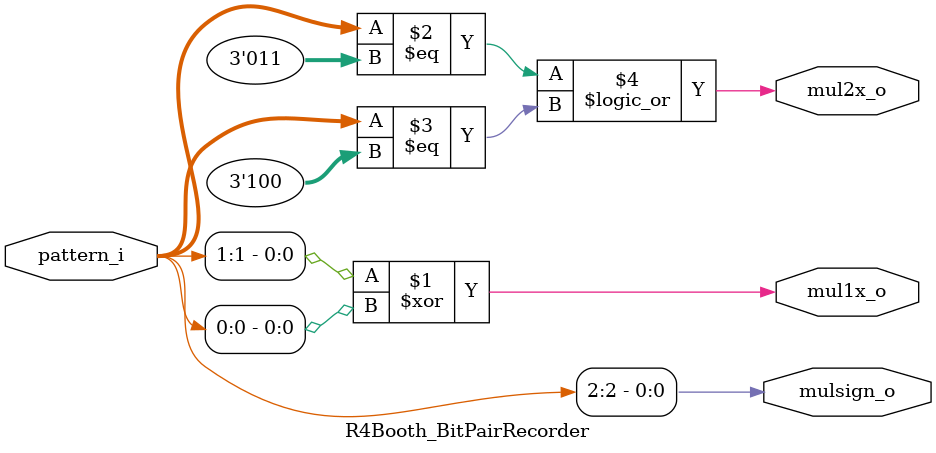
<source format=v>
`timescale 1ns / 1ps


module R4Booth_BitPairRecorder(
    input [2:0] pattern_i,
    output mul1x_o,
    output mul2x_o,
    output mulsign_o);

    //Modified Booth's Recording Table
    // Multiplier   
    //| Bit i + 1   |   Bit i   |   Bit i - 1   |   Multiplicand selected   |
    //|     0       |    0      |       0       |   0 x Multiplicand        |
    //|     0       |    0      |       1       |  +1 x Multiplicand        |
    //|     0       |    1      |       0       |  +1 x Multiplicand        |
    //|     0       |    1      |       1       |  +2 x Multiplicand        |
    //|     1       |    0      |       0       |  -2 x Multiplicand        |
    //|     1       |    0      |       1       |  -1 x Multiplicand        |
    //|     1       |    1      |       0       |  -1 x Multiplicand        |
    //|     1       |    1      |       1       |   0 x Multiplicand        |
    
    assign mul1x_o = (pattern_i[1] ^ pattern_i[0]);
    assign mul2x_o = (pattern_i == 3'b011 || pattern_i == 3'b100);
    assign mulsign_o = pattern_i[2];

endmodule

</source>
